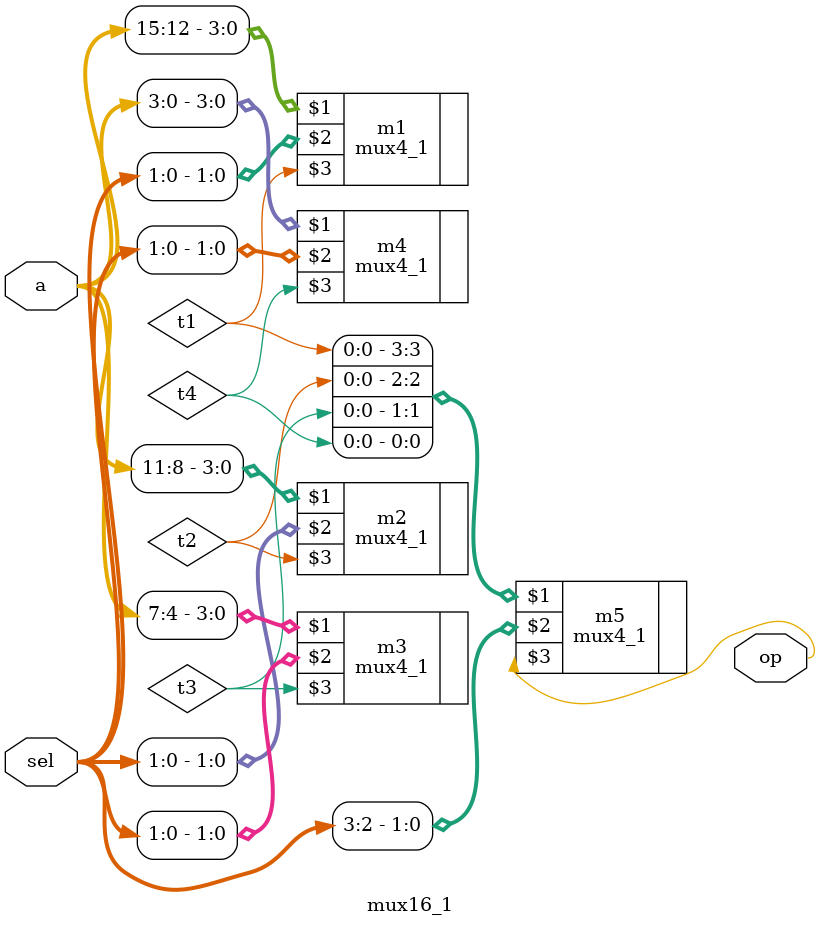
<source format=v>
`timescale 1ns / 1ps
module mux16_1(
    input [15:0] a,
    input [3:0] sel,
    output op
    );
wire t1,t2,t3,t4;
mux4_1 m1(a[15:12],sel[1:0],t1);
mux4_1 m2(a[11:8],sel[1:0],t2);
mux4_1 m3(a[7:4],sel[1:0],t3);
mux4_1 m4(a[3:0],sel[1:0],t4);
mux4_1 m5({t1,t2,t3,t4},sel[3:2],op);
endmodule

</source>
